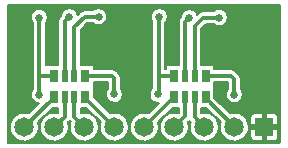
<source format=gbl>
G04 #@! TF.FileFunction,Copper,L2,Bot,Signal*
%FSLAX46Y46*%
G04 Gerber Fmt 4.6, Leading zero omitted, Abs format (unit mm)*
G04 Created by KiCad (PCBNEW (2015-09-24 BZR 6212, Git 41e96e0)-product) date Fri 25 Sep 2015 09:42:02 AM CEST*
%MOMM*%
G01*
G04 APERTURE LIST*
%ADD10C,0.150000*%
%ADD11R,0.650000X1.000000*%
%ADD12R,0.500000X1.000000*%
%ADD13R,1.650000X1.650000*%
%ADD14C,1.650000*%
%ADD15C,0.635000*%
%ADD16C,0.300000*%
%ADD17C,0.200000*%
G04 APERTURE END LIST*
D10*
D11*
X86425000Y-87100000D03*
D12*
X85500000Y-87100000D03*
X84700000Y-87100000D03*
D11*
X83775000Y-87100000D03*
X86425000Y-88900000D03*
D12*
X85500000Y-88900000D03*
X84700000Y-88900000D03*
D11*
X83775000Y-88900000D03*
X96625000Y-87100000D03*
D12*
X95700000Y-87100000D03*
X94900000Y-87100000D03*
D11*
X93975000Y-87100000D03*
X96625000Y-88900000D03*
D12*
X95700000Y-88900000D03*
X94900000Y-88900000D03*
D11*
X93975000Y-88900000D03*
D13*
X101600000Y-91440000D03*
D14*
X99060000Y-91440000D03*
X96520000Y-91440000D03*
X93980000Y-91440000D03*
X91440000Y-91440000D03*
X88900000Y-91440000D03*
X86360000Y-91440000D03*
X83820000Y-91440000D03*
X81280000Y-91440000D03*
D15*
X81275000Y-84225000D03*
X83825000Y-84225000D03*
X91450000Y-84225000D03*
X86350000Y-84225000D03*
X88900000Y-84225000D03*
X93975000Y-84225000D03*
X99075000Y-84225000D03*
X96525000Y-84225000D03*
X82550000Y-82169000D03*
X82550000Y-88700000D03*
X85090000Y-82105500D03*
X87566500Y-82105500D03*
X88900000Y-88675000D03*
X92600000Y-88670000D03*
X92710000Y-82105500D03*
X95250000Y-82200000D03*
X97790000Y-82169000D03*
X99060000Y-88696800D03*
D16*
X88250000Y-81300000D02*
X88200000Y-81300000D01*
X88200000Y-81300000D02*
X88900000Y-81300000D01*
X91475000Y-81300000D02*
X93950000Y-81300000D01*
X81275000Y-81925000D02*
X81275000Y-84225000D01*
X83800000Y-81300000D02*
X81900000Y-81300000D01*
X88200000Y-81300000D02*
X83800000Y-81300000D01*
X81900000Y-81300000D02*
X81275000Y-81925000D01*
X83825000Y-81300000D02*
X83800000Y-81300000D01*
X83825000Y-84225000D02*
X83825000Y-81300000D01*
X91475000Y-81300000D02*
X88900000Y-81300000D01*
X91450000Y-81300000D02*
X91475000Y-81300000D01*
X91475000Y-84200000D02*
X91475000Y-81300000D01*
X91450000Y-84225000D02*
X91475000Y-84200000D01*
X88900000Y-84225000D02*
X88900000Y-81300000D01*
X86350000Y-84225000D02*
X88900000Y-84225000D01*
X93950000Y-84200000D02*
X93950000Y-81300000D01*
X93975000Y-84225000D02*
X93950000Y-84200000D01*
X96525000Y-84225000D02*
X99075000Y-84225000D01*
X99100000Y-84200000D02*
X99100000Y-81800000D01*
X98600000Y-81300000D02*
X99100000Y-81800000D01*
X98600000Y-81300000D02*
X93950000Y-81300000D01*
X99075000Y-84225000D02*
X99100000Y-84200000D01*
X82550000Y-87050000D02*
X82550000Y-82169000D01*
X82550000Y-88700000D02*
X82550000Y-87050000D01*
X82550000Y-87100000D02*
X82550000Y-87050000D01*
X83775000Y-87100000D02*
X82550000Y-87100000D01*
X84700000Y-82495500D02*
X85090000Y-82105500D01*
X84700000Y-87100000D02*
X84700000Y-82495500D01*
X85500000Y-83000000D02*
X86394500Y-82105500D01*
X86394500Y-82105500D02*
X87566500Y-82105500D01*
X85500000Y-87100000D02*
X85500000Y-83000000D01*
X88700000Y-87100000D02*
X88900000Y-87300000D01*
X86425000Y-87100000D02*
X88700000Y-87100000D01*
X88900000Y-88675000D02*
X88900000Y-87300000D01*
X92650000Y-87100000D02*
X92650000Y-88620000D01*
X92650000Y-88620000D02*
X92600000Y-88670000D01*
X92650000Y-87100000D02*
X92650000Y-82165500D01*
X92650000Y-82165500D02*
X92710000Y-82105500D01*
X93975000Y-87100000D02*
X92650000Y-87100000D01*
X94900000Y-82550000D02*
X95250000Y-82200000D01*
X94900000Y-87100000D02*
X94900000Y-82550000D01*
X95700000Y-82900000D02*
X96431000Y-82169000D01*
X96431000Y-82169000D02*
X97790000Y-82169000D01*
X95700000Y-87100000D02*
X95700000Y-82900000D01*
X98758600Y-87100000D02*
X99060000Y-87401400D01*
X99060000Y-87401400D02*
X99060000Y-88696800D01*
X96625000Y-87100000D02*
X98758600Y-87100000D01*
X96625000Y-89005000D02*
X99060000Y-91440000D01*
X96625000Y-88900000D02*
X96625000Y-89005000D01*
X95700000Y-90620000D02*
X96520000Y-91440000D01*
X95700000Y-88900000D02*
X95700000Y-90620000D01*
X94900000Y-90520000D02*
X93980000Y-91440000D01*
X94900000Y-88900000D02*
X94900000Y-90520000D01*
X93975000Y-88905000D02*
X91440000Y-91440000D01*
X93975000Y-88900000D02*
X93975000Y-88905000D01*
X86425000Y-88965000D02*
X88900000Y-91440000D01*
X86425000Y-88900000D02*
X86425000Y-88965000D01*
X85500000Y-90580000D02*
X86360000Y-91440000D01*
X85500000Y-88900000D02*
X85500000Y-90580000D01*
X84700000Y-90560000D02*
X83820000Y-91440000D01*
X84700000Y-88900000D02*
X84700000Y-90560000D01*
X83775000Y-88945000D02*
X81280000Y-91440000D01*
X83775000Y-88900000D02*
X83775000Y-88945000D01*
D17*
G36*
X102814349Y-81074613D02*
X102834120Y-81080582D01*
X102852348Y-81090274D01*
X102868350Y-81103325D01*
X102881514Y-81119238D01*
X102891335Y-81137402D01*
X102897440Y-81157124D01*
X102901400Y-81194799D01*
X102901400Y-92691662D01*
X102897587Y-92730550D01*
X102891618Y-92750320D01*
X102881925Y-92768550D01*
X102868876Y-92784549D01*
X102852962Y-92797714D01*
X102834798Y-92807535D01*
X102815076Y-92813640D01*
X102777401Y-92817600D01*
X80028338Y-92817600D01*
X79989450Y-92813787D01*
X79969680Y-92807818D01*
X79951450Y-92798125D01*
X79935451Y-92785076D01*
X79922286Y-92769162D01*
X79912465Y-92750998D01*
X79906360Y-92731276D01*
X79902400Y-92693601D01*
X79902400Y-91543001D01*
X80053390Y-91543001D01*
X80096757Y-91779289D01*
X80185193Y-92002654D01*
X80315331Y-92204588D01*
X80482212Y-92377398D01*
X80679480Y-92514503D01*
X80899623Y-92610681D01*
X81134253Y-92662268D01*
X81374436Y-92667299D01*
X81611021Y-92625583D01*
X81834997Y-92538708D01*
X82037834Y-92409984D01*
X82211806Y-92244313D01*
X82350285Y-92048006D01*
X82447997Y-91828541D01*
X82501221Y-91594276D01*
X82505052Y-91319883D01*
X82458390Y-91084223D01*
X82445316Y-91052502D01*
X83695883Y-89801935D01*
X84100000Y-89801935D01*
X84124263Y-89800000D01*
X84150000Y-89800000D01*
X84150000Y-90257144D01*
X83948667Y-90215816D01*
X83708438Y-90214139D01*
X83472458Y-90259155D01*
X83249716Y-90349148D01*
X83048696Y-90480692D01*
X82877055Y-90648775D01*
X82741330Y-90846996D01*
X82646692Y-91067805D01*
X82596744Y-91302790D01*
X82593390Y-91543001D01*
X82636757Y-91779289D01*
X82725193Y-92002654D01*
X82855331Y-92204588D01*
X83022212Y-92377398D01*
X83219480Y-92514503D01*
X83439623Y-92610681D01*
X83674253Y-92662268D01*
X83914436Y-92667299D01*
X84151021Y-92625583D01*
X84374997Y-92538708D01*
X84577834Y-92409984D01*
X84751806Y-92244313D01*
X84890285Y-92048006D01*
X84987997Y-91828541D01*
X85041221Y-91594276D01*
X85045052Y-91319883D01*
X84998390Y-91084223D01*
X84985316Y-91052502D01*
X85088909Y-90948909D01*
X85091541Y-90945705D01*
X85105700Y-90963441D01*
X85109668Y-90967466D01*
X85109736Y-90967549D01*
X85109813Y-90967612D01*
X85111091Y-90968909D01*
X85193681Y-91051499D01*
X85186692Y-91067805D01*
X85136744Y-91302790D01*
X85133390Y-91543001D01*
X85176757Y-91779289D01*
X85265193Y-92002654D01*
X85395331Y-92204588D01*
X85562212Y-92377398D01*
X85759480Y-92514503D01*
X85979623Y-92610681D01*
X86214253Y-92662268D01*
X86454436Y-92667299D01*
X86691021Y-92625583D01*
X86914997Y-92538708D01*
X87117834Y-92409984D01*
X87291806Y-92244313D01*
X87430285Y-92048006D01*
X87527997Y-91828541D01*
X87581221Y-91594276D01*
X87585052Y-91319883D01*
X87538390Y-91084223D01*
X87446844Y-90862115D01*
X87313900Y-90662018D01*
X87144622Y-90491554D01*
X86945459Y-90357217D01*
X86723995Y-90264122D01*
X86488667Y-90215816D01*
X86248438Y-90214139D01*
X86050000Y-90251993D01*
X86050000Y-89800000D01*
X86086384Y-89800000D01*
X86100000Y-89801935D01*
X86484117Y-89801935D01*
X87733681Y-91051498D01*
X87726692Y-91067805D01*
X87676744Y-91302790D01*
X87673390Y-91543001D01*
X87716757Y-91779289D01*
X87805193Y-92002654D01*
X87935331Y-92204588D01*
X88102212Y-92377398D01*
X88299480Y-92514503D01*
X88519623Y-92610681D01*
X88754253Y-92662268D01*
X88994436Y-92667299D01*
X89231021Y-92625583D01*
X89454997Y-92538708D01*
X89657834Y-92409984D01*
X89831806Y-92244313D01*
X89970285Y-92048006D01*
X90067997Y-91828541D01*
X90121221Y-91594276D01*
X90121936Y-91543001D01*
X90213390Y-91543001D01*
X90256757Y-91779289D01*
X90345193Y-92002654D01*
X90475331Y-92204588D01*
X90642212Y-92377398D01*
X90839480Y-92514503D01*
X91059623Y-92610681D01*
X91294253Y-92662268D01*
X91534436Y-92667299D01*
X91771021Y-92625583D01*
X91994997Y-92538708D01*
X92197834Y-92409984D01*
X92371806Y-92244313D01*
X92510285Y-92048006D01*
X92607997Y-91828541D01*
X92661221Y-91594276D01*
X92665052Y-91319883D01*
X92618390Y-91084223D01*
X92605316Y-91052502D01*
X93855882Y-89801935D01*
X94300000Y-89801935D01*
X94324263Y-89800000D01*
X94350000Y-89800000D01*
X94350000Y-90266646D01*
X94343995Y-90264122D01*
X94108667Y-90215816D01*
X93868438Y-90214139D01*
X93632458Y-90259155D01*
X93409716Y-90349148D01*
X93208696Y-90480692D01*
X93037055Y-90648775D01*
X92901330Y-90846996D01*
X92806692Y-91067805D01*
X92756744Y-91302790D01*
X92753390Y-91543001D01*
X92796757Y-91779289D01*
X92885193Y-92002654D01*
X93015331Y-92204588D01*
X93182212Y-92377398D01*
X93379480Y-92514503D01*
X93599623Y-92610681D01*
X93834253Y-92662268D01*
X94074436Y-92667299D01*
X94311021Y-92625583D01*
X94534997Y-92538708D01*
X94737834Y-92409984D01*
X94911806Y-92244313D01*
X95050285Y-92048006D01*
X95147997Y-91828541D01*
X95201221Y-91594276D01*
X95205052Y-91319883D01*
X95158390Y-91084223D01*
X95145315Y-91052502D01*
X95256070Y-90941747D01*
X95274035Y-90963775D01*
X95305700Y-91003441D01*
X95309668Y-91007466D01*
X95309736Y-91007549D01*
X95309813Y-91007612D01*
X95311091Y-91008909D01*
X95353681Y-91051499D01*
X95346692Y-91067805D01*
X95296744Y-91302790D01*
X95293390Y-91543001D01*
X95336757Y-91779289D01*
X95425193Y-92002654D01*
X95555331Y-92204588D01*
X95722212Y-92377398D01*
X95919480Y-92514503D01*
X96139623Y-92610681D01*
X96374253Y-92662268D01*
X96614436Y-92667299D01*
X96851021Y-92625583D01*
X97074997Y-92538708D01*
X97277834Y-92409984D01*
X97451806Y-92244313D01*
X97590285Y-92048006D01*
X97687997Y-91828541D01*
X97741221Y-91594276D01*
X97745052Y-91319883D01*
X97698390Y-91084223D01*
X97606844Y-90862115D01*
X97473900Y-90662018D01*
X97304622Y-90491554D01*
X97105459Y-90357217D01*
X96883995Y-90264122D01*
X96648667Y-90215816D01*
X96408438Y-90214139D01*
X96250000Y-90244363D01*
X96250000Y-89800000D01*
X96286384Y-89800000D01*
X96300000Y-89801935D01*
X96644117Y-89801935D01*
X97893681Y-91051499D01*
X97886692Y-91067805D01*
X97836744Y-91302790D01*
X97833390Y-91543001D01*
X97876757Y-91779289D01*
X97965193Y-92002654D01*
X98095331Y-92204588D01*
X98262212Y-92377398D01*
X98459480Y-92514503D01*
X98679623Y-92610681D01*
X98914253Y-92662268D01*
X99154436Y-92667299D01*
X99391021Y-92625583D01*
X99614997Y-92538708D01*
X99817834Y-92409984D01*
X99991806Y-92244313D01*
X100130285Y-92048006D01*
X100227997Y-91828541D01*
X100262313Y-91677499D01*
X100425000Y-91677499D01*
X100425000Y-92299472D01*
X100438450Y-92367091D01*
X100464834Y-92430787D01*
X100503137Y-92488112D01*
X100551888Y-92536863D01*
X100609213Y-92575166D01*
X100672909Y-92601550D01*
X100740528Y-92615000D01*
X101362501Y-92615000D01*
X101450001Y-92527500D01*
X101450001Y-91589999D01*
X101749999Y-91589999D01*
X101749999Y-92527500D01*
X101837499Y-92615000D01*
X102459472Y-92615000D01*
X102527091Y-92601550D01*
X102590787Y-92575166D01*
X102648112Y-92536863D01*
X102696863Y-92488112D01*
X102735166Y-92430787D01*
X102761550Y-92367091D01*
X102775000Y-92299472D01*
X102775000Y-91677499D01*
X102687500Y-91589999D01*
X101749999Y-91589999D01*
X101450001Y-91589999D01*
X100512500Y-91589999D01*
X100425000Y-91677499D01*
X100262313Y-91677499D01*
X100281221Y-91594276D01*
X100285052Y-91319883D01*
X100238390Y-91084223D01*
X100146844Y-90862115D01*
X100013900Y-90662018D01*
X99932977Y-90580528D01*
X100425000Y-90580528D01*
X100425000Y-91202501D01*
X100512500Y-91290001D01*
X101450001Y-91290001D01*
X101450001Y-90352500D01*
X101749999Y-90352500D01*
X101749999Y-91290001D01*
X102687500Y-91290001D01*
X102775000Y-91202501D01*
X102775000Y-90580528D01*
X102761550Y-90512909D01*
X102735166Y-90449213D01*
X102696863Y-90391888D01*
X102648112Y-90343137D01*
X102590787Y-90304834D01*
X102527091Y-90278450D01*
X102459472Y-90265000D01*
X101837499Y-90265000D01*
X101749999Y-90352500D01*
X101450001Y-90352500D01*
X101362501Y-90265000D01*
X100740528Y-90265000D01*
X100672909Y-90278450D01*
X100609213Y-90304834D01*
X100551888Y-90343137D01*
X100503137Y-90391888D01*
X100464834Y-90449213D01*
X100438450Y-90512909D01*
X100425000Y-90580528D01*
X99932977Y-90580528D01*
X99844622Y-90491554D01*
X99645459Y-90357217D01*
X99423995Y-90264122D01*
X99188667Y-90215816D01*
X98948438Y-90214139D01*
X98712458Y-90259155D01*
X98672939Y-90275121D01*
X97351935Y-88954117D01*
X97351935Y-88400000D01*
X97350000Y-88375737D01*
X97350000Y-87650000D01*
X98510000Y-87650000D01*
X98510000Y-88231119D01*
X98507703Y-88233368D01*
X98428207Y-88349469D01*
X98372776Y-88478800D01*
X98343521Y-88616434D01*
X98341557Y-88757129D01*
X98366957Y-88895527D01*
X98418756Y-89026355D01*
X98494979Y-89144630D01*
X98592724Y-89245848D01*
X98708267Y-89326152D01*
X98837207Y-89382485D01*
X98974634Y-89412700D01*
X99115312Y-89415647D01*
X99253884Y-89391213D01*
X99385070Y-89340329D01*
X99503875Y-89264934D01*
X99605772Y-89167898D01*
X99686881Y-89052918D01*
X99744113Y-88924374D01*
X99775287Y-88787162D01*
X99777531Y-88626445D01*
X99750201Y-88488416D01*
X99696580Y-88358324D01*
X99618713Y-88241125D01*
X99610000Y-88232351D01*
X99610000Y-87401400D01*
X99605042Y-87350838D01*
X99600614Y-87300227D01*
X99599807Y-87297450D01*
X99599525Y-87294571D01*
X99584838Y-87245924D01*
X99570667Y-87197148D01*
X99569336Y-87194581D01*
X99568500Y-87191811D01*
X99544632Y-87146921D01*
X99521268Y-87101848D01*
X99519466Y-87099590D01*
X99518107Y-87097035D01*
X99485965Y-87057625D01*
X99454300Y-87017959D01*
X99450332Y-87013934D01*
X99450264Y-87013851D01*
X99450187Y-87013788D01*
X99448909Y-87012491D01*
X99147509Y-86711091D01*
X99108257Y-86678850D01*
X99069332Y-86646188D01*
X99066795Y-86644793D01*
X99064562Y-86642959D01*
X99019783Y-86618948D01*
X98975268Y-86594476D01*
X98972514Y-86593602D01*
X98969962Y-86592234D01*
X98921333Y-86577367D01*
X98872951Y-86562019D01*
X98870079Y-86561697D01*
X98867312Y-86560851D01*
X98816725Y-86555712D01*
X98766279Y-86550054D01*
X98760631Y-86550014D01*
X98760520Y-86550003D01*
X98760417Y-86550013D01*
X98758600Y-86550000D01*
X97350000Y-86550000D01*
X97350000Y-86300000D01*
X97343161Y-86263654D01*
X97321681Y-86230273D01*
X97288906Y-86207879D01*
X97250000Y-86200000D01*
X96963616Y-86200000D01*
X96950000Y-86198065D01*
X96300000Y-86198065D01*
X96275737Y-86200000D01*
X96250000Y-86200000D01*
X96250000Y-83127818D01*
X96658818Y-82719000D01*
X97324094Y-82719000D01*
X97438267Y-82798352D01*
X97567207Y-82854685D01*
X97704634Y-82884900D01*
X97845312Y-82887847D01*
X97983884Y-82863413D01*
X98115070Y-82812529D01*
X98233875Y-82737134D01*
X98335772Y-82640098D01*
X98416881Y-82525118D01*
X98474113Y-82396574D01*
X98505287Y-82259362D01*
X98507531Y-82098645D01*
X98480201Y-81960616D01*
X98426580Y-81830524D01*
X98348713Y-81713325D01*
X98249565Y-81613482D01*
X98132912Y-81534798D01*
X98003197Y-81480271D01*
X97865362Y-81451978D01*
X97724656Y-81450995D01*
X97586440Y-81477361D01*
X97455977Y-81530072D01*
X97338236Y-81607119D01*
X97326103Y-81619000D01*
X96431000Y-81619000D01*
X96380438Y-81623958D01*
X96329827Y-81628386D01*
X96327050Y-81629193D01*
X96324171Y-81629475D01*
X96275524Y-81644162D01*
X96226748Y-81658333D01*
X96224181Y-81659664D01*
X96221411Y-81660500D01*
X96176521Y-81684368D01*
X96131448Y-81707732D01*
X96129190Y-81709534D01*
X96126635Y-81710893D01*
X96087225Y-81743035D01*
X96047559Y-81774700D01*
X96043534Y-81778668D01*
X96043451Y-81778736D01*
X96043388Y-81778813D01*
X96042091Y-81780091D01*
X95908201Y-81913981D01*
X95886580Y-81861524D01*
X95808713Y-81744325D01*
X95709565Y-81644482D01*
X95592912Y-81565798D01*
X95463197Y-81511271D01*
X95325362Y-81482978D01*
X95184656Y-81481995D01*
X95046440Y-81508361D01*
X94915977Y-81561072D01*
X94798236Y-81638119D01*
X94697703Y-81736568D01*
X94618207Y-81852669D01*
X94562776Y-81982000D01*
X94533521Y-82119634D01*
X94533252Y-82138930D01*
X94511091Y-82161091D01*
X94478850Y-82200343D01*
X94446188Y-82239268D01*
X94444793Y-82241805D01*
X94442959Y-82244038D01*
X94418948Y-82288817D01*
X94394476Y-82333332D01*
X94393602Y-82336086D01*
X94392234Y-82338638D01*
X94377367Y-82387267D01*
X94362019Y-82435649D01*
X94361697Y-82438521D01*
X94360851Y-82441288D01*
X94355712Y-82491875D01*
X94350054Y-82542321D01*
X94350014Y-82547969D01*
X94350003Y-82548080D01*
X94350013Y-82548183D01*
X94350000Y-82550000D01*
X94350000Y-86200000D01*
X94313616Y-86200000D01*
X94300000Y-86198065D01*
X93650000Y-86198065D01*
X93625737Y-86200000D01*
X93350000Y-86200000D01*
X93313654Y-86206839D01*
X93280273Y-86228319D01*
X93257879Y-86261094D01*
X93250000Y-86300000D01*
X93250000Y-86550000D01*
X93200000Y-86550000D01*
X93200000Y-82629709D01*
X93255772Y-82576598D01*
X93336881Y-82461618D01*
X93394113Y-82333074D01*
X93425287Y-82195862D01*
X93427531Y-82035145D01*
X93400201Y-81897116D01*
X93346580Y-81767024D01*
X93268713Y-81649825D01*
X93169565Y-81549982D01*
X93052912Y-81471298D01*
X92923197Y-81416771D01*
X92785362Y-81388478D01*
X92644656Y-81387495D01*
X92506440Y-81413861D01*
X92375977Y-81466572D01*
X92258236Y-81543619D01*
X92157703Y-81642068D01*
X92078207Y-81758169D01*
X92022776Y-81887500D01*
X91993521Y-82025134D01*
X91991557Y-82165829D01*
X92016957Y-82304227D01*
X92068756Y-82435055D01*
X92100000Y-82483536D01*
X92100000Y-88155355D01*
X92047703Y-88206568D01*
X91968207Y-88322669D01*
X91912776Y-88452000D01*
X91883521Y-88589634D01*
X91881557Y-88730329D01*
X91906957Y-88868727D01*
X91958756Y-88999555D01*
X92034979Y-89117830D01*
X92132724Y-89219048D01*
X92248267Y-89299352D01*
X92377207Y-89355685D01*
X92514634Y-89385900D01*
X92655312Y-89388847D01*
X92725757Y-89376426D01*
X91827979Y-90274204D01*
X91803995Y-90264122D01*
X91568667Y-90215816D01*
X91328438Y-90214139D01*
X91092458Y-90259155D01*
X90869716Y-90349148D01*
X90668696Y-90480692D01*
X90497055Y-90648775D01*
X90361330Y-90846996D01*
X90266692Y-91067805D01*
X90216744Y-91302790D01*
X90213390Y-91543001D01*
X90121936Y-91543001D01*
X90125052Y-91319883D01*
X90078390Y-91084223D01*
X89986844Y-90862115D01*
X89853900Y-90662018D01*
X89684622Y-90491554D01*
X89485459Y-90357217D01*
X89263995Y-90264122D01*
X89028667Y-90215816D01*
X88788438Y-90214139D01*
X88552458Y-90259155D01*
X88512939Y-90275122D01*
X87151935Y-88914117D01*
X87151935Y-88400000D01*
X87150000Y-88375737D01*
X87150000Y-87650000D01*
X88350000Y-87650000D01*
X88350000Y-88209319D01*
X88347703Y-88211568D01*
X88268207Y-88327669D01*
X88212776Y-88457000D01*
X88183521Y-88594634D01*
X88181557Y-88735329D01*
X88206957Y-88873727D01*
X88258756Y-89004555D01*
X88334979Y-89122830D01*
X88432724Y-89224048D01*
X88548267Y-89304352D01*
X88677207Y-89360685D01*
X88814634Y-89390900D01*
X88955312Y-89393847D01*
X89093884Y-89369413D01*
X89225070Y-89318529D01*
X89343875Y-89243134D01*
X89445772Y-89146098D01*
X89526881Y-89031118D01*
X89584113Y-88902574D01*
X89615287Y-88765362D01*
X89617531Y-88604645D01*
X89590201Y-88466616D01*
X89536580Y-88336524D01*
X89458713Y-88219325D01*
X89450000Y-88210551D01*
X89450000Y-87300000D01*
X89445042Y-87249434D01*
X89440614Y-87198827D01*
X89439807Y-87196050D01*
X89439525Y-87193171D01*
X89424838Y-87144524D01*
X89410667Y-87095748D01*
X89409336Y-87093181D01*
X89408500Y-87090411D01*
X89384642Y-87045540D01*
X89361269Y-87000449D01*
X89359465Y-86998189D01*
X89358107Y-86995635D01*
X89325975Y-86956237D01*
X89294301Y-86916560D01*
X89290332Y-86912534D01*
X89290264Y-86912451D01*
X89290187Y-86912388D01*
X89288909Y-86911091D01*
X89088909Y-86711091D01*
X89049657Y-86678850D01*
X89010732Y-86646188D01*
X89008195Y-86644793D01*
X89005962Y-86642959D01*
X88961183Y-86618948D01*
X88916668Y-86594476D01*
X88913914Y-86593602D01*
X88911362Y-86592234D01*
X88862733Y-86577367D01*
X88814351Y-86562019D01*
X88811479Y-86561697D01*
X88808712Y-86560851D01*
X88758125Y-86555712D01*
X88707679Y-86550054D01*
X88702031Y-86550014D01*
X88701920Y-86550003D01*
X88701817Y-86550013D01*
X88700000Y-86550000D01*
X87150000Y-86550000D01*
X87150000Y-86300000D01*
X87143161Y-86263654D01*
X87121681Y-86230273D01*
X87088906Y-86207879D01*
X87050000Y-86200000D01*
X86763616Y-86200000D01*
X86750000Y-86198065D01*
X86100000Y-86198065D01*
X86075737Y-86200000D01*
X86050000Y-86200000D01*
X86050000Y-83227818D01*
X86622318Y-82655500D01*
X87100594Y-82655500D01*
X87214767Y-82734852D01*
X87343707Y-82791185D01*
X87481134Y-82821400D01*
X87621812Y-82824347D01*
X87760384Y-82799913D01*
X87891570Y-82749029D01*
X88010375Y-82673634D01*
X88112272Y-82576598D01*
X88193381Y-82461618D01*
X88250613Y-82333074D01*
X88281787Y-82195862D01*
X88284031Y-82035145D01*
X88256701Y-81897116D01*
X88203080Y-81767024D01*
X88125213Y-81649825D01*
X88026065Y-81549982D01*
X87909412Y-81471298D01*
X87779697Y-81416771D01*
X87641862Y-81388478D01*
X87501156Y-81387495D01*
X87362940Y-81413861D01*
X87232477Y-81466572D01*
X87114736Y-81543619D01*
X87102603Y-81555500D01*
X86394500Y-81555500D01*
X86343938Y-81560458D01*
X86293327Y-81564886D01*
X86290550Y-81565693D01*
X86287671Y-81565975D01*
X86239024Y-81580662D01*
X86190248Y-81594833D01*
X86187681Y-81596164D01*
X86184911Y-81597000D01*
X86140021Y-81620868D01*
X86094948Y-81644232D01*
X86092690Y-81646034D01*
X86090135Y-81647393D01*
X86050725Y-81679535D01*
X86011059Y-81711200D01*
X86007034Y-81715168D01*
X86006951Y-81715236D01*
X86006888Y-81715313D01*
X86005591Y-81716591D01*
X85787616Y-81934566D01*
X85780201Y-81897116D01*
X85726580Y-81767024D01*
X85648713Y-81649825D01*
X85549565Y-81549982D01*
X85432912Y-81471298D01*
X85303197Y-81416771D01*
X85165362Y-81388478D01*
X85024656Y-81387495D01*
X84886440Y-81413861D01*
X84755977Y-81466572D01*
X84638236Y-81543619D01*
X84537703Y-81642068D01*
X84458207Y-81758169D01*
X84402776Y-81887500D01*
X84373521Y-82025134D01*
X84373252Y-82044430D01*
X84311091Y-82106591D01*
X84278850Y-82145843D01*
X84246188Y-82184768D01*
X84244793Y-82187305D01*
X84242959Y-82189538D01*
X84218948Y-82234317D01*
X84194476Y-82278832D01*
X84193602Y-82281586D01*
X84192234Y-82284138D01*
X84177367Y-82332767D01*
X84162019Y-82381149D01*
X84161697Y-82384021D01*
X84160851Y-82386788D01*
X84155712Y-82437375D01*
X84150054Y-82487821D01*
X84150014Y-82493469D01*
X84150003Y-82493580D01*
X84150013Y-82493683D01*
X84150000Y-82495500D01*
X84150000Y-86200000D01*
X84113616Y-86200000D01*
X84100000Y-86198065D01*
X83450000Y-86198065D01*
X83425737Y-86200000D01*
X83150000Y-86200000D01*
X83113654Y-86206839D01*
X83100000Y-86215625D01*
X83100000Y-82634104D01*
X83176881Y-82525118D01*
X83234113Y-82396574D01*
X83265287Y-82259362D01*
X83267531Y-82098645D01*
X83240201Y-81960616D01*
X83186580Y-81830524D01*
X83108713Y-81713325D01*
X83009565Y-81613482D01*
X82892912Y-81534798D01*
X82763197Y-81480271D01*
X82625362Y-81451978D01*
X82484656Y-81450995D01*
X82346440Y-81477361D01*
X82215977Y-81530072D01*
X82098236Y-81607119D01*
X81997703Y-81705568D01*
X81918207Y-81821669D01*
X81862776Y-81951000D01*
X81833521Y-82088634D01*
X81831557Y-82229329D01*
X81856957Y-82367727D01*
X81908756Y-82498555D01*
X81984979Y-82616830D01*
X82000000Y-82632385D01*
X82000000Y-88234319D01*
X81997703Y-88236568D01*
X81918207Y-88352669D01*
X81862776Y-88482000D01*
X81833521Y-88619634D01*
X81831557Y-88760329D01*
X81856957Y-88898727D01*
X81908756Y-89029555D01*
X81984979Y-89147830D01*
X82082724Y-89249048D01*
X82198267Y-89329352D01*
X82327207Y-89385685D01*
X82464634Y-89415900D01*
X82525017Y-89417165D01*
X81667978Y-90274204D01*
X81643995Y-90264122D01*
X81408667Y-90215816D01*
X81168438Y-90214139D01*
X80932458Y-90259155D01*
X80709716Y-90349148D01*
X80508696Y-90480692D01*
X80337055Y-90648775D01*
X80201330Y-90846996D01*
X80106692Y-91067805D01*
X80056744Y-91302790D01*
X80053390Y-91543001D01*
X79902400Y-91543001D01*
X79902400Y-81196738D01*
X79906213Y-81157851D01*
X79912182Y-81138080D01*
X79921874Y-81119852D01*
X79934925Y-81103850D01*
X79950838Y-81090686D01*
X79969002Y-81080865D01*
X79988724Y-81074760D01*
X80026399Y-81070800D01*
X102775462Y-81070800D01*
X102814349Y-81074613D01*
X102814349Y-81074613D01*
G37*
X102814349Y-81074613D02*
X102834120Y-81080582D01*
X102852348Y-81090274D01*
X102868350Y-81103325D01*
X102881514Y-81119238D01*
X102891335Y-81137402D01*
X102897440Y-81157124D01*
X102901400Y-81194799D01*
X102901400Y-92691662D01*
X102897587Y-92730550D01*
X102891618Y-92750320D01*
X102881925Y-92768550D01*
X102868876Y-92784549D01*
X102852962Y-92797714D01*
X102834798Y-92807535D01*
X102815076Y-92813640D01*
X102777401Y-92817600D01*
X80028338Y-92817600D01*
X79989450Y-92813787D01*
X79969680Y-92807818D01*
X79951450Y-92798125D01*
X79935451Y-92785076D01*
X79922286Y-92769162D01*
X79912465Y-92750998D01*
X79906360Y-92731276D01*
X79902400Y-92693601D01*
X79902400Y-91543001D01*
X80053390Y-91543001D01*
X80096757Y-91779289D01*
X80185193Y-92002654D01*
X80315331Y-92204588D01*
X80482212Y-92377398D01*
X80679480Y-92514503D01*
X80899623Y-92610681D01*
X81134253Y-92662268D01*
X81374436Y-92667299D01*
X81611021Y-92625583D01*
X81834997Y-92538708D01*
X82037834Y-92409984D01*
X82211806Y-92244313D01*
X82350285Y-92048006D01*
X82447997Y-91828541D01*
X82501221Y-91594276D01*
X82505052Y-91319883D01*
X82458390Y-91084223D01*
X82445316Y-91052502D01*
X83695883Y-89801935D01*
X84100000Y-89801935D01*
X84124263Y-89800000D01*
X84150000Y-89800000D01*
X84150000Y-90257144D01*
X83948667Y-90215816D01*
X83708438Y-90214139D01*
X83472458Y-90259155D01*
X83249716Y-90349148D01*
X83048696Y-90480692D01*
X82877055Y-90648775D01*
X82741330Y-90846996D01*
X82646692Y-91067805D01*
X82596744Y-91302790D01*
X82593390Y-91543001D01*
X82636757Y-91779289D01*
X82725193Y-92002654D01*
X82855331Y-92204588D01*
X83022212Y-92377398D01*
X83219480Y-92514503D01*
X83439623Y-92610681D01*
X83674253Y-92662268D01*
X83914436Y-92667299D01*
X84151021Y-92625583D01*
X84374997Y-92538708D01*
X84577834Y-92409984D01*
X84751806Y-92244313D01*
X84890285Y-92048006D01*
X84987997Y-91828541D01*
X85041221Y-91594276D01*
X85045052Y-91319883D01*
X84998390Y-91084223D01*
X84985316Y-91052502D01*
X85088909Y-90948909D01*
X85091541Y-90945705D01*
X85105700Y-90963441D01*
X85109668Y-90967466D01*
X85109736Y-90967549D01*
X85109813Y-90967612D01*
X85111091Y-90968909D01*
X85193681Y-91051499D01*
X85186692Y-91067805D01*
X85136744Y-91302790D01*
X85133390Y-91543001D01*
X85176757Y-91779289D01*
X85265193Y-92002654D01*
X85395331Y-92204588D01*
X85562212Y-92377398D01*
X85759480Y-92514503D01*
X85979623Y-92610681D01*
X86214253Y-92662268D01*
X86454436Y-92667299D01*
X86691021Y-92625583D01*
X86914997Y-92538708D01*
X87117834Y-92409984D01*
X87291806Y-92244313D01*
X87430285Y-92048006D01*
X87527997Y-91828541D01*
X87581221Y-91594276D01*
X87585052Y-91319883D01*
X87538390Y-91084223D01*
X87446844Y-90862115D01*
X87313900Y-90662018D01*
X87144622Y-90491554D01*
X86945459Y-90357217D01*
X86723995Y-90264122D01*
X86488667Y-90215816D01*
X86248438Y-90214139D01*
X86050000Y-90251993D01*
X86050000Y-89800000D01*
X86086384Y-89800000D01*
X86100000Y-89801935D01*
X86484117Y-89801935D01*
X87733681Y-91051498D01*
X87726692Y-91067805D01*
X87676744Y-91302790D01*
X87673390Y-91543001D01*
X87716757Y-91779289D01*
X87805193Y-92002654D01*
X87935331Y-92204588D01*
X88102212Y-92377398D01*
X88299480Y-92514503D01*
X88519623Y-92610681D01*
X88754253Y-92662268D01*
X88994436Y-92667299D01*
X89231021Y-92625583D01*
X89454997Y-92538708D01*
X89657834Y-92409984D01*
X89831806Y-92244313D01*
X89970285Y-92048006D01*
X90067997Y-91828541D01*
X90121221Y-91594276D01*
X90121936Y-91543001D01*
X90213390Y-91543001D01*
X90256757Y-91779289D01*
X90345193Y-92002654D01*
X90475331Y-92204588D01*
X90642212Y-92377398D01*
X90839480Y-92514503D01*
X91059623Y-92610681D01*
X91294253Y-92662268D01*
X91534436Y-92667299D01*
X91771021Y-92625583D01*
X91994997Y-92538708D01*
X92197834Y-92409984D01*
X92371806Y-92244313D01*
X92510285Y-92048006D01*
X92607997Y-91828541D01*
X92661221Y-91594276D01*
X92665052Y-91319883D01*
X92618390Y-91084223D01*
X92605316Y-91052502D01*
X93855882Y-89801935D01*
X94300000Y-89801935D01*
X94324263Y-89800000D01*
X94350000Y-89800000D01*
X94350000Y-90266646D01*
X94343995Y-90264122D01*
X94108667Y-90215816D01*
X93868438Y-90214139D01*
X93632458Y-90259155D01*
X93409716Y-90349148D01*
X93208696Y-90480692D01*
X93037055Y-90648775D01*
X92901330Y-90846996D01*
X92806692Y-91067805D01*
X92756744Y-91302790D01*
X92753390Y-91543001D01*
X92796757Y-91779289D01*
X92885193Y-92002654D01*
X93015331Y-92204588D01*
X93182212Y-92377398D01*
X93379480Y-92514503D01*
X93599623Y-92610681D01*
X93834253Y-92662268D01*
X94074436Y-92667299D01*
X94311021Y-92625583D01*
X94534997Y-92538708D01*
X94737834Y-92409984D01*
X94911806Y-92244313D01*
X95050285Y-92048006D01*
X95147997Y-91828541D01*
X95201221Y-91594276D01*
X95205052Y-91319883D01*
X95158390Y-91084223D01*
X95145315Y-91052502D01*
X95256070Y-90941747D01*
X95274035Y-90963775D01*
X95305700Y-91003441D01*
X95309668Y-91007466D01*
X95309736Y-91007549D01*
X95309813Y-91007612D01*
X95311091Y-91008909D01*
X95353681Y-91051499D01*
X95346692Y-91067805D01*
X95296744Y-91302790D01*
X95293390Y-91543001D01*
X95336757Y-91779289D01*
X95425193Y-92002654D01*
X95555331Y-92204588D01*
X95722212Y-92377398D01*
X95919480Y-92514503D01*
X96139623Y-92610681D01*
X96374253Y-92662268D01*
X96614436Y-92667299D01*
X96851021Y-92625583D01*
X97074997Y-92538708D01*
X97277834Y-92409984D01*
X97451806Y-92244313D01*
X97590285Y-92048006D01*
X97687997Y-91828541D01*
X97741221Y-91594276D01*
X97745052Y-91319883D01*
X97698390Y-91084223D01*
X97606844Y-90862115D01*
X97473900Y-90662018D01*
X97304622Y-90491554D01*
X97105459Y-90357217D01*
X96883995Y-90264122D01*
X96648667Y-90215816D01*
X96408438Y-90214139D01*
X96250000Y-90244363D01*
X96250000Y-89800000D01*
X96286384Y-89800000D01*
X96300000Y-89801935D01*
X96644117Y-89801935D01*
X97893681Y-91051499D01*
X97886692Y-91067805D01*
X97836744Y-91302790D01*
X97833390Y-91543001D01*
X97876757Y-91779289D01*
X97965193Y-92002654D01*
X98095331Y-92204588D01*
X98262212Y-92377398D01*
X98459480Y-92514503D01*
X98679623Y-92610681D01*
X98914253Y-92662268D01*
X99154436Y-92667299D01*
X99391021Y-92625583D01*
X99614997Y-92538708D01*
X99817834Y-92409984D01*
X99991806Y-92244313D01*
X100130285Y-92048006D01*
X100227997Y-91828541D01*
X100262313Y-91677499D01*
X100425000Y-91677499D01*
X100425000Y-92299472D01*
X100438450Y-92367091D01*
X100464834Y-92430787D01*
X100503137Y-92488112D01*
X100551888Y-92536863D01*
X100609213Y-92575166D01*
X100672909Y-92601550D01*
X100740528Y-92615000D01*
X101362501Y-92615000D01*
X101450001Y-92527500D01*
X101450001Y-91589999D01*
X101749999Y-91589999D01*
X101749999Y-92527500D01*
X101837499Y-92615000D01*
X102459472Y-92615000D01*
X102527091Y-92601550D01*
X102590787Y-92575166D01*
X102648112Y-92536863D01*
X102696863Y-92488112D01*
X102735166Y-92430787D01*
X102761550Y-92367091D01*
X102775000Y-92299472D01*
X102775000Y-91677499D01*
X102687500Y-91589999D01*
X101749999Y-91589999D01*
X101450001Y-91589999D01*
X100512500Y-91589999D01*
X100425000Y-91677499D01*
X100262313Y-91677499D01*
X100281221Y-91594276D01*
X100285052Y-91319883D01*
X100238390Y-91084223D01*
X100146844Y-90862115D01*
X100013900Y-90662018D01*
X99932977Y-90580528D01*
X100425000Y-90580528D01*
X100425000Y-91202501D01*
X100512500Y-91290001D01*
X101450001Y-91290001D01*
X101450001Y-90352500D01*
X101749999Y-90352500D01*
X101749999Y-91290001D01*
X102687500Y-91290001D01*
X102775000Y-91202501D01*
X102775000Y-90580528D01*
X102761550Y-90512909D01*
X102735166Y-90449213D01*
X102696863Y-90391888D01*
X102648112Y-90343137D01*
X102590787Y-90304834D01*
X102527091Y-90278450D01*
X102459472Y-90265000D01*
X101837499Y-90265000D01*
X101749999Y-90352500D01*
X101450001Y-90352500D01*
X101362501Y-90265000D01*
X100740528Y-90265000D01*
X100672909Y-90278450D01*
X100609213Y-90304834D01*
X100551888Y-90343137D01*
X100503137Y-90391888D01*
X100464834Y-90449213D01*
X100438450Y-90512909D01*
X100425000Y-90580528D01*
X99932977Y-90580528D01*
X99844622Y-90491554D01*
X99645459Y-90357217D01*
X99423995Y-90264122D01*
X99188667Y-90215816D01*
X98948438Y-90214139D01*
X98712458Y-90259155D01*
X98672939Y-90275121D01*
X97351935Y-88954117D01*
X97351935Y-88400000D01*
X97350000Y-88375737D01*
X97350000Y-87650000D01*
X98510000Y-87650000D01*
X98510000Y-88231119D01*
X98507703Y-88233368D01*
X98428207Y-88349469D01*
X98372776Y-88478800D01*
X98343521Y-88616434D01*
X98341557Y-88757129D01*
X98366957Y-88895527D01*
X98418756Y-89026355D01*
X98494979Y-89144630D01*
X98592724Y-89245848D01*
X98708267Y-89326152D01*
X98837207Y-89382485D01*
X98974634Y-89412700D01*
X99115312Y-89415647D01*
X99253884Y-89391213D01*
X99385070Y-89340329D01*
X99503875Y-89264934D01*
X99605772Y-89167898D01*
X99686881Y-89052918D01*
X99744113Y-88924374D01*
X99775287Y-88787162D01*
X99777531Y-88626445D01*
X99750201Y-88488416D01*
X99696580Y-88358324D01*
X99618713Y-88241125D01*
X99610000Y-88232351D01*
X99610000Y-87401400D01*
X99605042Y-87350838D01*
X99600614Y-87300227D01*
X99599807Y-87297450D01*
X99599525Y-87294571D01*
X99584838Y-87245924D01*
X99570667Y-87197148D01*
X99569336Y-87194581D01*
X99568500Y-87191811D01*
X99544632Y-87146921D01*
X99521268Y-87101848D01*
X99519466Y-87099590D01*
X99518107Y-87097035D01*
X99485965Y-87057625D01*
X99454300Y-87017959D01*
X99450332Y-87013934D01*
X99450264Y-87013851D01*
X99450187Y-87013788D01*
X99448909Y-87012491D01*
X99147509Y-86711091D01*
X99108257Y-86678850D01*
X99069332Y-86646188D01*
X99066795Y-86644793D01*
X99064562Y-86642959D01*
X99019783Y-86618948D01*
X98975268Y-86594476D01*
X98972514Y-86593602D01*
X98969962Y-86592234D01*
X98921333Y-86577367D01*
X98872951Y-86562019D01*
X98870079Y-86561697D01*
X98867312Y-86560851D01*
X98816725Y-86555712D01*
X98766279Y-86550054D01*
X98760631Y-86550014D01*
X98760520Y-86550003D01*
X98760417Y-86550013D01*
X98758600Y-86550000D01*
X97350000Y-86550000D01*
X97350000Y-86300000D01*
X97343161Y-86263654D01*
X97321681Y-86230273D01*
X97288906Y-86207879D01*
X97250000Y-86200000D01*
X96963616Y-86200000D01*
X96950000Y-86198065D01*
X96300000Y-86198065D01*
X96275737Y-86200000D01*
X96250000Y-86200000D01*
X96250000Y-83127818D01*
X96658818Y-82719000D01*
X97324094Y-82719000D01*
X97438267Y-82798352D01*
X97567207Y-82854685D01*
X97704634Y-82884900D01*
X97845312Y-82887847D01*
X97983884Y-82863413D01*
X98115070Y-82812529D01*
X98233875Y-82737134D01*
X98335772Y-82640098D01*
X98416881Y-82525118D01*
X98474113Y-82396574D01*
X98505287Y-82259362D01*
X98507531Y-82098645D01*
X98480201Y-81960616D01*
X98426580Y-81830524D01*
X98348713Y-81713325D01*
X98249565Y-81613482D01*
X98132912Y-81534798D01*
X98003197Y-81480271D01*
X97865362Y-81451978D01*
X97724656Y-81450995D01*
X97586440Y-81477361D01*
X97455977Y-81530072D01*
X97338236Y-81607119D01*
X97326103Y-81619000D01*
X96431000Y-81619000D01*
X96380438Y-81623958D01*
X96329827Y-81628386D01*
X96327050Y-81629193D01*
X96324171Y-81629475D01*
X96275524Y-81644162D01*
X96226748Y-81658333D01*
X96224181Y-81659664D01*
X96221411Y-81660500D01*
X96176521Y-81684368D01*
X96131448Y-81707732D01*
X96129190Y-81709534D01*
X96126635Y-81710893D01*
X96087225Y-81743035D01*
X96047559Y-81774700D01*
X96043534Y-81778668D01*
X96043451Y-81778736D01*
X96043388Y-81778813D01*
X96042091Y-81780091D01*
X95908201Y-81913981D01*
X95886580Y-81861524D01*
X95808713Y-81744325D01*
X95709565Y-81644482D01*
X95592912Y-81565798D01*
X95463197Y-81511271D01*
X95325362Y-81482978D01*
X95184656Y-81481995D01*
X95046440Y-81508361D01*
X94915977Y-81561072D01*
X94798236Y-81638119D01*
X94697703Y-81736568D01*
X94618207Y-81852669D01*
X94562776Y-81982000D01*
X94533521Y-82119634D01*
X94533252Y-82138930D01*
X94511091Y-82161091D01*
X94478850Y-82200343D01*
X94446188Y-82239268D01*
X94444793Y-82241805D01*
X94442959Y-82244038D01*
X94418948Y-82288817D01*
X94394476Y-82333332D01*
X94393602Y-82336086D01*
X94392234Y-82338638D01*
X94377367Y-82387267D01*
X94362019Y-82435649D01*
X94361697Y-82438521D01*
X94360851Y-82441288D01*
X94355712Y-82491875D01*
X94350054Y-82542321D01*
X94350014Y-82547969D01*
X94350003Y-82548080D01*
X94350013Y-82548183D01*
X94350000Y-82550000D01*
X94350000Y-86200000D01*
X94313616Y-86200000D01*
X94300000Y-86198065D01*
X93650000Y-86198065D01*
X93625737Y-86200000D01*
X93350000Y-86200000D01*
X93313654Y-86206839D01*
X93280273Y-86228319D01*
X93257879Y-86261094D01*
X93250000Y-86300000D01*
X93250000Y-86550000D01*
X93200000Y-86550000D01*
X93200000Y-82629709D01*
X93255772Y-82576598D01*
X93336881Y-82461618D01*
X93394113Y-82333074D01*
X93425287Y-82195862D01*
X93427531Y-82035145D01*
X93400201Y-81897116D01*
X93346580Y-81767024D01*
X93268713Y-81649825D01*
X93169565Y-81549982D01*
X93052912Y-81471298D01*
X92923197Y-81416771D01*
X92785362Y-81388478D01*
X92644656Y-81387495D01*
X92506440Y-81413861D01*
X92375977Y-81466572D01*
X92258236Y-81543619D01*
X92157703Y-81642068D01*
X92078207Y-81758169D01*
X92022776Y-81887500D01*
X91993521Y-82025134D01*
X91991557Y-82165829D01*
X92016957Y-82304227D01*
X92068756Y-82435055D01*
X92100000Y-82483536D01*
X92100000Y-88155355D01*
X92047703Y-88206568D01*
X91968207Y-88322669D01*
X91912776Y-88452000D01*
X91883521Y-88589634D01*
X91881557Y-88730329D01*
X91906957Y-88868727D01*
X91958756Y-88999555D01*
X92034979Y-89117830D01*
X92132724Y-89219048D01*
X92248267Y-89299352D01*
X92377207Y-89355685D01*
X92514634Y-89385900D01*
X92655312Y-89388847D01*
X92725757Y-89376426D01*
X91827979Y-90274204D01*
X91803995Y-90264122D01*
X91568667Y-90215816D01*
X91328438Y-90214139D01*
X91092458Y-90259155D01*
X90869716Y-90349148D01*
X90668696Y-90480692D01*
X90497055Y-90648775D01*
X90361330Y-90846996D01*
X90266692Y-91067805D01*
X90216744Y-91302790D01*
X90213390Y-91543001D01*
X90121936Y-91543001D01*
X90125052Y-91319883D01*
X90078390Y-91084223D01*
X89986844Y-90862115D01*
X89853900Y-90662018D01*
X89684622Y-90491554D01*
X89485459Y-90357217D01*
X89263995Y-90264122D01*
X89028667Y-90215816D01*
X88788438Y-90214139D01*
X88552458Y-90259155D01*
X88512939Y-90275122D01*
X87151935Y-88914117D01*
X87151935Y-88400000D01*
X87150000Y-88375737D01*
X87150000Y-87650000D01*
X88350000Y-87650000D01*
X88350000Y-88209319D01*
X88347703Y-88211568D01*
X88268207Y-88327669D01*
X88212776Y-88457000D01*
X88183521Y-88594634D01*
X88181557Y-88735329D01*
X88206957Y-88873727D01*
X88258756Y-89004555D01*
X88334979Y-89122830D01*
X88432724Y-89224048D01*
X88548267Y-89304352D01*
X88677207Y-89360685D01*
X88814634Y-89390900D01*
X88955312Y-89393847D01*
X89093884Y-89369413D01*
X89225070Y-89318529D01*
X89343875Y-89243134D01*
X89445772Y-89146098D01*
X89526881Y-89031118D01*
X89584113Y-88902574D01*
X89615287Y-88765362D01*
X89617531Y-88604645D01*
X89590201Y-88466616D01*
X89536580Y-88336524D01*
X89458713Y-88219325D01*
X89450000Y-88210551D01*
X89450000Y-87300000D01*
X89445042Y-87249434D01*
X89440614Y-87198827D01*
X89439807Y-87196050D01*
X89439525Y-87193171D01*
X89424838Y-87144524D01*
X89410667Y-87095748D01*
X89409336Y-87093181D01*
X89408500Y-87090411D01*
X89384642Y-87045540D01*
X89361269Y-87000449D01*
X89359465Y-86998189D01*
X89358107Y-86995635D01*
X89325975Y-86956237D01*
X89294301Y-86916560D01*
X89290332Y-86912534D01*
X89290264Y-86912451D01*
X89290187Y-86912388D01*
X89288909Y-86911091D01*
X89088909Y-86711091D01*
X89049657Y-86678850D01*
X89010732Y-86646188D01*
X89008195Y-86644793D01*
X89005962Y-86642959D01*
X88961183Y-86618948D01*
X88916668Y-86594476D01*
X88913914Y-86593602D01*
X88911362Y-86592234D01*
X88862733Y-86577367D01*
X88814351Y-86562019D01*
X88811479Y-86561697D01*
X88808712Y-86560851D01*
X88758125Y-86555712D01*
X88707679Y-86550054D01*
X88702031Y-86550014D01*
X88701920Y-86550003D01*
X88701817Y-86550013D01*
X88700000Y-86550000D01*
X87150000Y-86550000D01*
X87150000Y-86300000D01*
X87143161Y-86263654D01*
X87121681Y-86230273D01*
X87088906Y-86207879D01*
X87050000Y-86200000D01*
X86763616Y-86200000D01*
X86750000Y-86198065D01*
X86100000Y-86198065D01*
X86075737Y-86200000D01*
X86050000Y-86200000D01*
X86050000Y-83227818D01*
X86622318Y-82655500D01*
X87100594Y-82655500D01*
X87214767Y-82734852D01*
X87343707Y-82791185D01*
X87481134Y-82821400D01*
X87621812Y-82824347D01*
X87760384Y-82799913D01*
X87891570Y-82749029D01*
X88010375Y-82673634D01*
X88112272Y-82576598D01*
X88193381Y-82461618D01*
X88250613Y-82333074D01*
X88281787Y-82195862D01*
X88284031Y-82035145D01*
X88256701Y-81897116D01*
X88203080Y-81767024D01*
X88125213Y-81649825D01*
X88026065Y-81549982D01*
X87909412Y-81471298D01*
X87779697Y-81416771D01*
X87641862Y-81388478D01*
X87501156Y-81387495D01*
X87362940Y-81413861D01*
X87232477Y-81466572D01*
X87114736Y-81543619D01*
X87102603Y-81555500D01*
X86394500Y-81555500D01*
X86343938Y-81560458D01*
X86293327Y-81564886D01*
X86290550Y-81565693D01*
X86287671Y-81565975D01*
X86239024Y-81580662D01*
X86190248Y-81594833D01*
X86187681Y-81596164D01*
X86184911Y-81597000D01*
X86140021Y-81620868D01*
X86094948Y-81644232D01*
X86092690Y-81646034D01*
X86090135Y-81647393D01*
X86050725Y-81679535D01*
X86011059Y-81711200D01*
X86007034Y-81715168D01*
X86006951Y-81715236D01*
X86006888Y-81715313D01*
X86005591Y-81716591D01*
X85787616Y-81934566D01*
X85780201Y-81897116D01*
X85726580Y-81767024D01*
X85648713Y-81649825D01*
X85549565Y-81549982D01*
X85432912Y-81471298D01*
X85303197Y-81416771D01*
X85165362Y-81388478D01*
X85024656Y-81387495D01*
X84886440Y-81413861D01*
X84755977Y-81466572D01*
X84638236Y-81543619D01*
X84537703Y-81642068D01*
X84458207Y-81758169D01*
X84402776Y-81887500D01*
X84373521Y-82025134D01*
X84373252Y-82044430D01*
X84311091Y-82106591D01*
X84278850Y-82145843D01*
X84246188Y-82184768D01*
X84244793Y-82187305D01*
X84242959Y-82189538D01*
X84218948Y-82234317D01*
X84194476Y-82278832D01*
X84193602Y-82281586D01*
X84192234Y-82284138D01*
X84177367Y-82332767D01*
X84162019Y-82381149D01*
X84161697Y-82384021D01*
X84160851Y-82386788D01*
X84155712Y-82437375D01*
X84150054Y-82487821D01*
X84150014Y-82493469D01*
X84150003Y-82493580D01*
X84150013Y-82493683D01*
X84150000Y-82495500D01*
X84150000Y-86200000D01*
X84113616Y-86200000D01*
X84100000Y-86198065D01*
X83450000Y-86198065D01*
X83425737Y-86200000D01*
X83150000Y-86200000D01*
X83113654Y-86206839D01*
X83100000Y-86215625D01*
X83100000Y-82634104D01*
X83176881Y-82525118D01*
X83234113Y-82396574D01*
X83265287Y-82259362D01*
X83267531Y-82098645D01*
X83240201Y-81960616D01*
X83186580Y-81830524D01*
X83108713Y-81713325D01*
X83009565Y-81613482D01*
X82892912Y-81534798D01*
X82763197Y-81480271D01*
X82625362Y-81451978D01*
X82484656Y-81450995D01*
X82346440Y-81477361D01*
X82215977Y-81530072D01*
X82098236Y-81607119D01*
X81997703Y-81705568D01*
X81918207Y-81821669D01*
X81862776Y-81951000D01*
X81833521Y-82088634D01*
X81831557Y-82229329D01*
X81856957Y-82367727D01*
X81908756Y-82498555D01*
X81984979Y-82616830D01*
X82000000Y-82632385D01*
X82000000Y-88234319D01*
X81997703Y-88236568D01*
X81918207Y-88352669D01*
X81862776Y-88482000D01*
X81833521Y-88619634D01*
X81831557Y-88760329D01*
X81856957Y-88898727D01*
X81908756Y-89029555D01*
X81984979Y-89147830D01*
X82082724Y-89249048D01*
X82198267Y-89329352D01*
X82327207Y-89385685D01*
X82464634Y-89415900D01*
X82525017Y-89417165D01*
X81667978Y-90274204D01*
X81643995Y-90264122D01*
X81408667Y-90215816D01*
X81168438Y-90214139D01*
X80932458Y-90259155D01*
X80709716Y-90349148D01*
X80508696Y-90480692D01*
X80337055Y-90648775D01*
X80201330Y-90846996D01*
X80106692Y-91067805D01*
X80056744Y-91302790D01*
X80053390Y-91543001D01*
X79902400Y-91543001D01*
X79902400Y-81196738D01*
X79906213Y-81157851D01*
X79912182Y-81138080D01*
X79921874Y-81119852D01*
X79934925Y-81103850D01*
X79950838Y-81090686D01*
X79969002Y-81080865D01*
X79988724Y-81074760D01*
X80026399Y-81070800D01*
X102775462Y-81070800D01*
X102814349Y-81074613D01*
M02*

</source>
